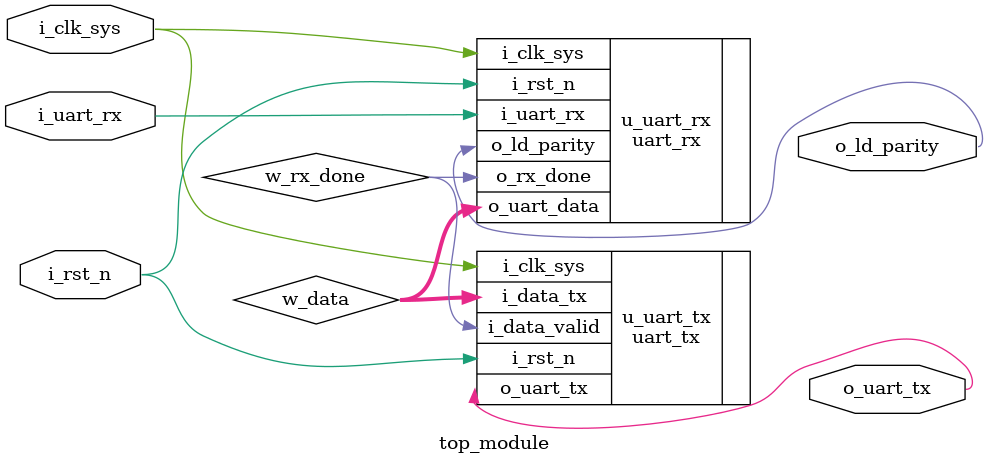
<source format=v>
module top_module(
    input i_clk_sys,
    input i_rst_n,
    input i_uart_rx,
    output o_uart_tx,
    output o_ld_parity
    );
    
    localparam DATA_WIDTH = 8;
    localparam BAUD_RATE = 9600;
    localparam PARITY_ON = 1;
    localparam PARITY_TYPE = 1;
    
    wire w_rx_done;
    wire[DATA_WIDTH-1 : 0] w_data;
    
    uart_rx 
    #(
        .CLK_FRE(50),                       //时钟频率，默认时钟频率为50MHz
        .DATA_WIDTH(DATA_WIDTH),            //有效数据位，缺省为8位
        .PARITY_ON(PARITY_ON),              //校验位，1为有校验位，0为无校验位，缺省为0
        .PARITY_TYPE(PARITY_TYPE),          //校验类型，1为奇校验，0为偶校验，缺省为偶校验
        .BAUD_RATE(BAUD_RATE)               //波特率，缺省为9600
    ) u_uart_rx
    (
        .i_clk_sys(i_clk_sys),              //系统时钟
        .i_rst_n(i_rst_n),                  //全局异步复位,低电平有效
        .i_uart_rx(i_uart_rx),              //UART输入
        .o_uart_data(w_data),               //UART接收数据
        .o_ld_parity(o_ld_parity),          //校验位检验LED，高电平位为校验正确
        .o_rx_done(w_rx_done)               //UART数据接收完成标志
    );
    
    uart_tx
    #(
        .CLK_FRE(50),                       //时钟频率，默认时钟频率为50MHz
        .DATA_WIDTH(DATA_WIDTH),            //有效数据位，缺省为8位
        .PARITY_ON(PARITY_ON),              //校验位，1为有校验位，0为无校验位，缺省为0
        .PARITY_TYPE(PARITY_TYPE),          //校验类型，1为奇校验，0为偶校验，缺省为偶校验
        .BAUD_RATE(BAUD_RATE)               //波特率，缺省为9600
    ) u_uart_tx
    (   
        .i_clk_sys(i_clk_sys),              //系统时钟
        .i_rst_n(i_rst_n),                  //全局异步复位
        .i_data_tx(w_data),                 //传输数据输入
        .i_data_valid(w_rx_done),           //传输数据有效
        .o_uart_tx(o_uart_tx)               //UART输出
    );
    
endmodule

</source>
